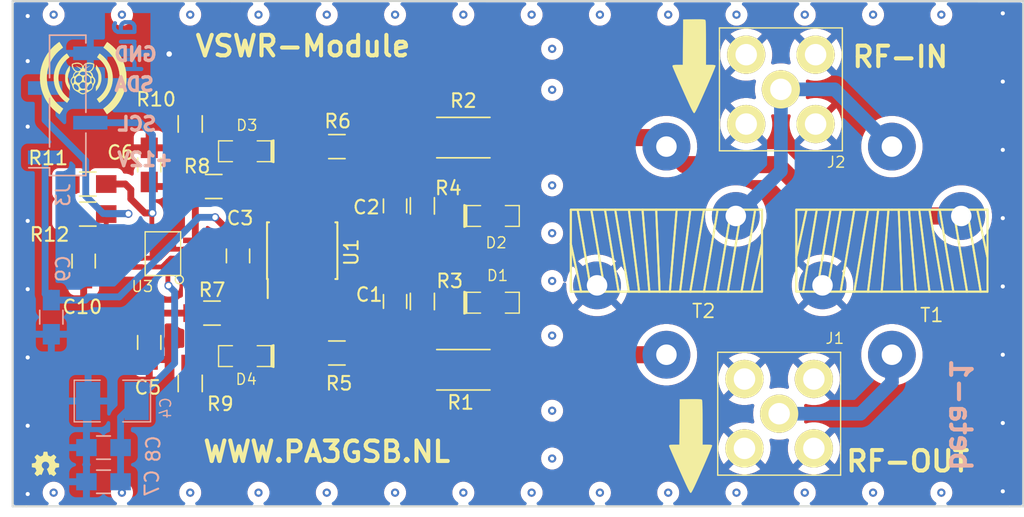
<source format=kicad_pcb>
(kicad_pcb (version 20241229) (generator "pcbnew") (generator_version "9.0")
  (layers (0 "F.Cu" signal) (2 "B.Cu" signal) (13 "F.Paste" user) (15 "B.Paste" user) (5 "F.SilkS" user "F.Silkscreen") (7 "B.SilkS" user "B.Silkscreen") (1 "F.Mask" user) (3 "B.Mask" user) (25 "Edge.Cuts" user))
  (net 0 "")
  (net 1 "Net-(C1-Pad1)")
  (net 2 "GND")
  (net 3 "Net-(C2-Pad2)")
  (net 4 "+12V")
  (net 5 "+3V3")
  (net 6 "Net-(C5-Pad1)")
  (net 7 "Net-(C6-Pad2)")
  (net 8 "Net-(D1-Pad1)")
  (net 9 "Net-(D2-Pad1)")
  (net 10 "Net-(D3-Pad1)")
  (net 11 "Net-(D3-Pad2)")
  (net 12 "Net-(D4-Pad1)")
  (net 13 "Net-(D4-Pad2)")
  (net 14 "Net-(J1-Pad1)")
  (net 15 "Net-(J2-Pad1)")
  (net 16 "SDA")
  (net 17 "SCL")
  (footprint "Capacitors_SMD:C_0805_HandSoldering" (layer "F.Cu") (at 118.98 84.22 90)
    (property "Reference" "C1" (at 0.5 -1.9 0) (layer "F.SilkS"))
    (property "Value" "100nF")
    (pad "1" smd rect (at -1.25 0 90) (size 1.5 1.25) (layers "F.Cu" "F.Mask" "F.Paste") (net 1 "Net-(C1-Pad1)"))
    (pad "2" smd rect (at 1.25 0 90) (size 1.5 1.25) (layers "F.Cu" "F.Mask" "F.Paste") (net 2 "GND"))
  )
  (footprint "Capacitors_SMD:C_0805_HandSoldering" (layer "F.Cu") (at 118.98 77.22 90)
    (property "Reference" "C2" (at -0.1 -2.1 0) (layer "F.SilkS"))
    (property "Value" "100nF")
    (pad "1" smd rect (at -1.25 0 90) (size 1.5 1.25) (layers "F.Cu" "F.Mask" "F.Paste") (net 2 "GND"))
    (pad "2" smd rect (at 1.25 0 90) (size 1.5 1.25) (layers "F.Cu" "F.Mask" "F.Paste") (net 3 "Net-(C2-Pad2)"))
  )
  (footprint "Capacitors_SMD:C_0805_HandSoldering" (layer "F.Cu") (at 107.481 80.881 90)
    (property "Reference" "C3" (at 2.761 0.149 0) (layer "F.SilkS"))
    (property "Value" "100nF")
    (pad "1" smd rect (at -1.25 0 90) (size 1.5 1.25) (layers "F.Cu" "F.Mask" "F.Paste") (net 2 "GND"))
    (pad "2" smd rect (at 1.25 0 90) (size 1.5 1.25) (layers "F.Cu" "F.Mask" "F.Paste") (net 4 "+12V"))
  )
  (footprint "Capacitors_SMD:C_0805_HandSoldering" (layer "F.Cu") (at 100.98 87.22 -90)
    (property "Reference" "C5" (at 3.3 0.1 0) (layer "F.SilkS"))
    (property "Value" "10nF")
    (pad "1" smd rect (at -1.25 0 270) (size 1.5 1.25) (layers "F.Cu" "F.Mask" "F.Paste") (net 6 "Net-(C5-Pad1)"))
    (pad "2" smd rect (at 1.25 0 270) (size 1.5 1.25) (layers "F.Cu" "F.Mask" "F.Paste") (net 2 "GND"))
  )
  (footprint "Capacitors_SMD:C_0805_HandSoldering" (layer "F.Cu") (at 100.98 74.22 -90)
    (property "Reference" "C6" (at -0.9 2.1 0) (layer "F.SilkS"))
    (property "Value" "10nF")
    (pad "1" smd rect (at -1.25 0 270) (size 1.5 1.25) (layers "F.Cu" "F.Mask" "F.Paste") (net 2 "GND"))
    (pad "2" smd rect (at 1.25 0 270) (size 1.5 1.25) (layers "F.Cu" "F.Mask" "F.Paste") (net 7 "Net-(C6-Pad2)"))
  )
  (footprint "Capacitors_SMD:C_0805_HandSoldering" (layer "F.Cu") (at 96.178 81.262 90)
    (property "Reference" "C10" (at -3.358 -0.098 0) (layer "F.SilkS"))
    (property "Value" "100nF")
    (pad "1" smd rect (at -1.25 0 90) (size 1.5 1.25) (layers "F.Cu" "F.Mask" "F.Paste") (net 2 "GND"))
    (pad "2" smd rect (at 1.25 0 90) (size 1.5 1.25) (layers "F.Cu" "F.Mask" "F.Paste") (net 5 "+3V3"))
  )
  (footprint "HERMESLITE:1N5711WS" (layer "F.Cu") (at 126.15 84.31 180)
    (property "Reference" "D1" (at -0.33 1.99 0) (layer "F.SilkS") (effects (font (size 0.8 0.8) (thickness 0.1))))
    (property "Value" "1N5711W-7-F" (hide yes))
    (pad "1" smd rect (at -1.2 0 180) (size 1.35 1.397) (layers "F.Cu" "F.Mask" "F.Paste") (net 8 "Net-(D1-Pad1)"))
    (pad "2" smd rect (at 1.2 0 180) (size 1.35 1.397) (layers "F.Cu" "F.Mask" "F.Paste") (net 1 "Net-(C1-Pad1)"))
  )
  (footprint "HERMESLITE:1N5711WS" (layer "F.Cu") (at 126.15 77.96 180)
    (property "Reference" "D2" (at -0.23 -1.96 0) (layer "F.SilkS") (effects (font (size 0.8 0.8) (thickness 0.1))))
    (property "Value" "1N5711W-7-F" (hide yes))
    (pad "1" smd rect (at -1.2 0 180) (size 1.35 1.397) (layers "F.Cu" "F.Mask" "F.Paste") (net 9 "Net-(D2-Pad1)"))
    (pad "2" smd rect (at 1.2 0 180) (size 1.35 1.397) (layers "F.Cu" "F.Mask" "F.Paste") (net 3 "Net-(C2-Pad2)"))
  )
  (footprint "HERMESLITE:1N5711WS" (layer "F.Cu") (at 107.98 73.22)
    (property "Reference" "D3" (at 0.15 -1.9 0) (layer "F.SilkS") (effects (font (size 0.8 0.8) (thickness 0.1))))
    (property "Value" "1N5711W-7-F" (hide yes))
    (pad "1" smd rect (at -1.2 0) (size 1.35 1.397) (layers "F.Cu" "F.Mask" "F.Paste") (net 10 "Net-(D3-Pad1)"))
    (pad "2" smd rect (at 1.2 0) (size 1.35 1.397) (layers "F.Cu" "F.Mask" "F.Paste") (net 11 "Net-(D3-Pad2)"))
  )
  (footprint "HERMESLITE:1N5711WS" (layer "F.Cu") (at 107.98 88.22)
    (property "Reference" "D4" (at 0.1 1.7 0) (layer "F.SilkS") (effects (font (size 0.8 0.8) (thickness 0.1))))
    (property "Value" "1N5711W-7-F" (hide yes))
    (pad "1" smd rect (at -1.2 0) (size 1.35 1.397) (layers "F.Cu" "F.Mask" "F.Paste") (net 12 "Net-(D4-Pad1)"))
    (pad "2" smd rect (at 1.2 0) (size 1.35 1.397) (layers "F.Cu" "F.Mask" "F.Paste") (net 13 "Net-(D4-Pad2)"))
  )
  (footprint "HERMESLITE:SMAVERT" (layer "F.Cu") (at 147.105 92.438 -90)
    (property "Reference" "J1" (at -5.518 -4.075 0) (layer "F.SilkS") (effects (font (size 0.8 0.8) (thickness 0.1))))
    (property "Value" "CONN_COAXIAL")
    (pad "1" thru_hole circle (at 0 0 270) (size 2.8 2.8) (drill 1.57) (layers "*.Cu" "*.Mask" "F.SilkS") (net 14 "Net-(J1-Pad1)"))
    (pad "2" thru_hole circle (at -2.54 -2.54 270) (size 2.8 2.8) (drill 1.57) (layers "*.Cu" "*.Mask" "F.SilkS") (net 2 "GND"))
    (pad "2" thru_hole circle (at -2.54 2.54 270) (size 2.8 2.8) (drill 1.57) (layers "*.Cu" "*.Mask" "F.SilkS") (net 2 "GND"))
    (pad "2" thru_hole circle (at 2.54 -2.54 270) (size 2.8 2.8) (drill 1.57) (layers "*.Cu" "*.Mask" "F.SilkS") (net 2 "GND"))
    (pad "2" thru_hole circle (at 2.54 2.54 270) (size 2.8 2.8) (drill 1.57) (layers "*.Cu" "*.Mask" "F.SilkS") (net 2 "GND"))
  )
  (footprint "HERMESLITE:SMAVERT" (layer "F.Cu") (at 147.232 68.689 180)
    (property "Reference" "J2" (at -4.048 -5.331 0) (layer "F.SilkS") (effects (font (size 0.8 0.8) (thickness 0.1))))
    (property "Value" "CONN_COAXIAL")
    (pad "1" thru_hole circle (at 0 0 180) (size 2.8 2.8) (drill 1.57) (layers "*.Cu" "*.Mask" "F.SilkS") (net 15 "Net-(J2-Pad1)"))
    (pad "2" thru_hole circle (at -2.54 -2.54 180) (size 2.8 2.8) (drill 1.57) (layers "*.Cu" "*.Mask" "F.SilkS") (net 2 "GND"))
    (pad "2" thru_hole circle (at -2.54 2.54 180) (size 2.8 2.8) (drill 1.57) (layers "*.Cu" "*.Mask" "F.SilkS") (net 2 "GND"))
    (pad "2" thru_hole circle (at 2.54 -2.54 180) (size 2.8 2.8) (drill 1.57) (layers "*.Cu" "*.Mask" "F.SilkS") (net 2 "GND"))
    (pad "2" thru_hole circle (at 2.54 2.54 180) (size 2.8 2.8) (drill 1.57) (layers "*.Cu" "*.Mask" "F.SilkS") (net 2 "GND"))
  )
  (footprint "Resistors_SMD:R_2010_HandSoldering" (layer "F.Cu") (at 123.98 89.22)
    (property "Reference" "R1" (at -0.2 2.4 0) (layer "F.SilkS"))
    (property "Value" "51.1")
    (pad "1" smd rect (at -3.15 0) (size 2.4 2.5) (layers "F.Cu" "F.Mask" "F.Paste") (net 2 "GND"))
    (pad "2" smd rect (at 3.15 0) (size 2.4 2.5) (layers "F.Cu" "F.Mask" "F.Paste") (net 8 "Net-(D1-Pad1)"))
  )
  (footprint "Resistors_SMD:R_2010_HandSoldering" (layer "F.Cu") (at 123.98 72.22 180)
    (property "Reference" "R2" (at 0 2.7 0) (layer "F.SilkS"))
    (property "Value" "51.1")
    (pad "1" smd rect (at -3.15 0 180) (size 2.4 2.5) (layers "F.Cu" "F.Mask" "F.Paste") (net 9 "Net-(D2-Pad1)"))
    (pad "2" smd rect (at 3.15 0 180) (size 2.4 2.5) (layers "F.Cu" "F.Mask" "F.Paste") (net 2 "GND"))
  )
  (footprint "Resistors_SMD:R_0805_HandSoldering" (layer "F.Cu") (at 120.98 84.22 90)
    (property "Reference" "R3" (at 1.5 2 0) (layer "F.SilkS"))
    (property "Value" "100K")
    (pad "1" smd rect (at -1.35 0 90) (size 1.5 1.3) (layers "F.Cu" "F.Mask" "F.Paste") (net 1 "Net-(C1-Pad1)"))
    (pad "2" smd rect (at 1.35 0 90) (size 1.5 1.3) (layers "F.Cu" "F.Mask" "F.Paste") (net 2 "GND"))
  )
  (footprint "Resistors_SMD:R_0805_HandSoldering" (layer "F.Cu") (at 120.98 77.22 90)
    (property "Reference" "R4" (at 1.3 1.9 0) (layer "F.SilkS"))
    (property "Value" "100K")
    (pad "1" smd rect (at -1.35 0 90) (size 1.5 1.3) (layers "F.Cu" "F.Mask" "F.Paste") (net 2 "GND"))
    (pad "2" smd rect (at 1.35 0 90) (size 1.5 1.3) (layers "F.Cu" "F.Mask" "F.Paste") (net 3 "Net-(C2-Pad2)"))
  )
  (footprint "Resistors_SMD:R_0805_HandSoldering" (layer "F.Cu") (at 114.72 87.993 180)
    (property "Reference" "R5" (at -0.16 -2.227 0) (layer "F.SilkS"))
    (property "Value" "220K")
    (pad "1" smd rect (at -1.35 0 180) (size 1.5 1.3) (layers "F.Cu" "F.Mask" "F.Paste") (net 2 "GND"))
    (pad "2" smd rect (at 1.35 0 180) (size 1.5 1.3) (layers "F.Cu" "F.Mask" "F.Paste") (net 13 "Net-(D4-Pad2)"))
  )
  (footprint "Resistors_SMD:R_0805_HandSoldering" (layer "F.Cu") (at 114.72 72.88 180)
    (property "Reference" "R6" (at -0.06 1.86 0) (layer "F.SilkS"))
    (property "Value" "220K")
    (pad "1" smd rect (at -1.35 0 180) (size 1.5 1.3) (layers "F.Cu" "F.Mask" "F.Paste") (net 2 "GND"))
    (pad "2" smd rect (at 1.35 0 180) (size 1.5 1.3) (layers "F.Cu" "F.Mask" "F.Paste") (net 11 "Net-(D3-Pad2)"))
  )
  (footprint "Resistors_SMD:R_0805_HandSoldering" (layer "F.Cu") (at 105.576 85.072)
    (property "Reference" "R7" (at 0 -1.7 0) (layer "F.SilkS"))
    (property "Value" "1K")
    (pad "1" smd rect (at -1.35 0) (size 1.5 1.3) (layers "F.Cu" "F.Mask" "F.Paste") (net 6 "Net-(C5-Pad1)"))
    (pad "2" smd rect (at 1.35 0) (size 1.5 1.3) (layers "F.Cu" "F.Mask" "F.Paste") (net 12 "Net-(D4-Pad1)"))
  )
  (footprint "Resistors_SMD:R_0805_HandSoldering" (layer "F.Cu") (at 105.703 75.801)
    (property "Reference" "R8" (at -1.223 -1.481 0) (layer "F.SilkS"))
    (property "Value" "1K")
    (pad "1" smd rect (at -1.35 0) (size 1.5 1.3) (layers "F.Cu" "F.Mask" "F.Paste") (net 7 "Net-(C6-Pad2)"))
    (pad "2" smd rect (at 1.35 0) (size 1.5 1.3) (layers "F.Cu" "F.Mask" "F.Paste") (net 10 "Net-(D3-Pad1)"))
  )
  (footprint "Resistors_SMD:R_0805_HandSoldering" (layer "F.Cu") (at 103.98 90.22 -90)
    (property "Reference" "R9" (at 1.5 -2.2 0) (layer "F.SilkS"))
    (property "Value" "1K8")
    (pad "1" smd rect (at -1.35 0 270) (size 1.5 1.3) (layers "F.Cu" "F.Mask" "F.Paste") (net 6 "Net-(C5-Pad1)"))
    (pad "2" smd rect (at 1.35 0 270) (size 1.5 1.3) (layers "F.Cu" "F.Mask" "F.Paste") (net 2 "GND"))
  )
  (footprint "Resistors_SMD:R_0805_HandSoldering" (layer "F.Cu") (at 103.98 71.22 -90)
    (property "Reference" "R10" (at -1.8 2.5 0) (layer "F.SilkS"))
    (property "Value" "1K8")
    (pad "1" smd rect (at -1.35 0 270) (size 1.5 1.3) (layers "F.Cu" "F.Mask" "F.Paste") (net 2 "GND"))
    (pad "2" smd rect (at 1.35 0 270) (size 1.5 1.3) (layers "F.Cu" "F.Mask" "F.Paste") (net 7 "Net-(C6-Pad2)"))
  )
  (footprint "Resistors_SMD:R_0805_HandSoldering" (layer "F.Cu") (at 96.48 75.62)
    (property "Reference" "R11" (at -2.9 -1.9 0) (layer "F.SilkS"))
    (property "Value" "4K7")
    (pad "1" smd rect (at -1.35 0) (size 1.5 1.3) (layers "F.Cu" "F.Mask" "F.Paste") (net 5 "+3V3"))
    (pad "2" smd rect (at 1.35 0) (size 1.5 1.3) (layers "F.Cu" "F.Mask" "F.Paste") (net 17 "SCL"))
  )
  (footprint "Resistors_SMD:R_0805_HandSoldering" (layer "F.Cu") (at 96.48 77.82)
    (property "Reference" "R12" (at -2.8 1.5 0) (layer "F.SilkS"))
    (property "Value" "4K7")
    (pad "1" smd rect (at -1.35 0) (size 1.5 1.3) (layers "F.Cu" "F.Mask" "F.Paste") (net 5 "+3V3"))
    (pad "2" smd rect (at 1.35 0) (size 1.5 1.3) (layers "F.Cu" "F.Mask" "F.Paste") (net 16 "SDA"))
  )
  (footprint "Housings_SOIC:SOIC-8_3.9x4.9mm_Pitch1.27mm" (layer "F.Cu") (at 112.18 80.5 90)
    (property "Reference" "U1" (at -0.12 3.6 90) (layer "F.SilkS"))
    (property "Value" "LMC6482")
    (pad "1" smd rect (at -2.7 -1.905 90) (size 1.55 0.6) (layers "F.Cu" "F.Mask" "F.Paste") (net 12 "Net-(D4-Pad1)"))
    (pad "2" smd rect (at -2.7 -0.635 90) (size 1.55 0.6) (layers "F.Cu" "F.Mask" "F.Paste") (net 13 "Net-(D4-Pad2)"))
    (pad "3" smd rect (at -2.7 0.635 90) (size 1.55 0.6) (layers "F.Cu" "F.Mask" "F.Paste") (net 1 "Net-(C1-Pad1)"))
    (pad "4" smd rect (at -2.7 1.905 90) (size 1.55 0.6) (layers "F.Cu" "F.Mask" "F.Paste") (net 2 "GND"))
    (pad "5" smd rect (at 2.7 1.905 90) (size 1.55 0.6) (layers "F.Cu" "F.Mask" "F.Paste") (net 3 "Net-(C2-Pad2)"))
    (pad "6" smd rect (at 2.7 0.635 90) (size 1.55 0.6) (layers "F.Cu" "F.Mask" "F.Paste") (net 11 "Net-(D3-Pad2)"))
    (pad "7" smd rect (at 2.7 -0.635 90) (size 1.55 0.6) (layers "F.Cu" "F.Mask" "F.Paste") (net 10 "Net-(D3-Pad1)"))
    (pad "8" smd rect (at 2.7 -1.905 90) (size 1.55 0.6) (layers "F.Cu" "F.Mask" "F.Paste") (net 4 "+12V"))
  )
  (footprint "HERMESLITE:MAX11613" (layer "F.Cu") (at 101.98 80.72 90)
    (property "Reference" "U3" (at -2.4 -1.5 0) (layer "F.SilkS") (effects (font (size 0.8 0.8) (thickness 0.1))))
    (property "Value" "MAX11613")
    (pad "1" smd rect (at -0.975 2.15 90) (size 0.4 1.35) (layers "F.Cu" "F.Mask" "F.Paste") (net 6 "Net-(C5-Pad1)"))
    (pad "2" smd rect (at -0.325 2.15 90) (size 0.4 1.35) (layers "F.Cu" "F.Mask" "F.Paste") (net 5 "+3V3"))
    (pad "3" smd rect (at 0.325 2.15 90) (size 0.4 1.35) (layers "F.Cu" "F.Mask" "F.Paste") (net 2 "GND"))
    (pad "4" smd rect (at 0.975 2.15 90) (size 0.4 1.35) (layers "F.Cu" "F.Mask" "F.Paste") (net 7 "Net-(C6-Pad2)"))
    (pad "5" smd rect (at 0.975 -2.15 90) (size 0.4 1.35) (layers "F.Cu" "F.Mask" "F.Paste") (net 17 "SCL"))
    (pad "6" smd rect (at 0.325 -2.15 90) (size 0.4 1.35) (layers "F.Cu" "F.Mask" "F.Paste") (net 16 "SDA"))
    (pad "7" smd rect (at -0.325 -2.15 90) (size 0.4 1.35) (layers "F.Cu" "F.Mask" "F.Paste") (net 2 "GND"))
    (pad "8" smd rect (at -0.975 -2.15 90) (size 0.4 1.35) (layers "F.Cu" "F.Mask" "F.Paste") (net 5 "+3V3"))
  )
  (footprint "VSWR:T50-43_V_THT" (layer "F.Cu") (at 155.36 80.5)
    (property "Reference" "T1" (at 2.92 4.72 0) (layer "F.SilkS") (effects (font (thickness 0.125))))
    (property "Value" "FT50-43")
    (pad "1" thru_hole circle (at 0 -7.62) (size 3.5 3.5) (drill 1.5) (layers "*.Cu" "*.Mask") (net 15 "Net-(J2-Pad1)"))
    (pad "2" thru_hole circle (at 0 7.62) (size 3.5 3.5) (drill 1.5) (layers "*.Cu" "*.Mask") (net 14 "Net-(J1-Pad1)"))
    (pad "3" thru_hole circle (at -5.08 2.54) (size 3.5 3.5) (drill 1.5) (layers "*.Cu" "*.Mask") (net 2 "GND"))
    (pad "4" thru_hole circle (at 5.08 -2.54) (size 3.5 3.5) (drill 1.5) (layers "*.Cu" "*.Mask") (net 9 "Net-(D2-Pad1)"))
  )
  (footprint "VSWR:T50-43_V_THT" (layer "F.Cu") (at 138.85 80.5 180)
    (property "Reference" "T2" (at -2.73 -4.42 0) (layer "F.SilkS") (effects (font (thickness 0.125))))
    (property "Value" "FT50-43")
    (pad "1" thru_hole circle (at 0 -7.62 180) (size 3.5 3.5) (drill 1.5) (layers "*.Cu" "*.Mask") (net 8 "Net-(D1-Pad1)"))
    (pad "2" thru_hole circle (at 0 7.62 180) (size 3.5 3.5) (drill 1.5) (layers "*.Cu" "*.Mask") (net 9 "Net-(D2-Pad1)"))
    (pad "3" thru_hole circle (at -5.08 2.54 180) (size 3.5 3.5) (drill 1.5) (layers "*.Cu" "*.Mask") (net 15 "Net-(J2-Pad1)"))
    (pad "4" thru_hole circle (at 5.08 -2.54 180) (size 3.5 3.5) (drill 1.5) (layers "*.Cu" "*.Mask") (net 2 "GND"))
  )
  (footprint "HERMESLITE:OSHW-logo_silkscreen-front_2mm" (layer "F.Cu") (at 93.38 96.12)
    (property "Reference" "G***" (hide yes))
    (property "Value" "OSHW-logo_silkscreen-front_2mm" (hide yes))
  )
  (footprint "mods:rpi-logo" (layer "F.Cu") (at 96.15 67.83)
    (property "Reference" "G***" (hide yes))
    (property "Value" "LOGO" (hide yes))
  )
  (footprint "VSWR:VIA-0.6mm" (layer "F.Cu") (at 163.48 63.12 -90)
    (property "Reference" "REF**" (hide yes))
    (property "Value" "VIA-0.6mm" (hide yes))
    (pad "1" thru_hole circle (at 0 0 270) (size 0.6 0.6) (drill 0.3) (layers "*.Cu") (net 2 "GND"))
  )
  (footprint "VSWR:VIA-0.6mm" (layer "F.Cu") (at 163.48 68.12 -90)
    (property "Reference" "REF**" (hide yes))
    (property "Value" "VIA-0.6mm" (hide yes))
    (pad "1" thru_hole circle (at 0 0 270) (size 0.6 0.6) (drill 0.3) (layers "*.Cu") (net 2 "GND"))
  )
  (footprint "VSWR:VIA-0.6mm" (layer "F.Cu") (at 163.48 73.12 -90)
    (property "Reference" "REF**" (hide yes))
    (property "Value" "VIA-0.6mm" (hide yes))
    (pad "1" thru_hole circle (at 0 0 270) (size 0.6 0.6) (drill 0.3) (layers "*.Cu") (net 2 "GND"))
  )
  (footprint "VSWR:VIA-0.6mm" (layer "F.Cu") (at 163.48 78.12 -90)
    (property "Reference" "REF**" (hide yes))
    (property "Value" "VIA-0.6mm" (hide yes))
    (pad "1" thru_hole circle (at 0 0 270) (size 0.6 0.6) (drill 0.3) (layers "*.Cu") (net 2 "GND"))
  )
  (footprint "VSWR:VIA-0.6mm" (layer "F.Cu") (at 163.48 83.12 -90)
    (property "Reference" "REF**" (hide yes))
    (property "Value" "VIA-0.6mm" (hide yes))
    (pad "1" thru_hole circle (at 0 0 270) (size 0.6 0.6) (drill 0.3) (layers "*.Cu") (net 2 "GND"))
  )
  (footprint "VSWR:VIA-0.6mm" (layer "F.Cu") (at 163.48 88.12 -90)
    (property "Reference" "REF**" (hide yes))
    (property "Value" "VIA-0.6mm" (hide yes))
    (pad "1" thru_hole circle (at 0 0 270) (size 0.6 0.6) (drill 0.3) (layers "*.Cu") (net 2 "GND"))
  )
  (footprint "VSWR:VIA-0.6mm" (layer "F.Cu") (at 163.48 93.12 -90)
    (property "Reference" "REF**" (hide yes))
    (property "Value" "VIA-0.6mm" (hide yes))
    (pad "1" thru_hole circle (at 0 0 270) (size 0.6 0.6) (drill 0.3) (layers "*.Cu") (net 2 "GND"))
  )
  (footprint "VSWR:VIA-0.6mm" (layer "F.Cu") (at 163.48 98.12 -90)
    (property "Reference" "REF**" (hide yes))
    (property "Value" "VIA-0.6mm" (hide yes))
    (pad "1" thru_hole circle (at 0 0 270) (size 0.6 0.6) (drill 0.3) (layers "*.Cu") (net 2 "GND"))
  )
  (footprint "VSWR:VIA-0.6mm" (layer "F.Cu") (at 158.98 63.22 -90)
    (property "Reference" "REF**" (hide yes))
    (property "Value" "VIA-0.6mm" (hide yes))
    (pad "1" thru_hole circle (at 0 0 270) (size 0.6 0.6) (drill 0.3) (layers "*.Cu"))
  )
  (footprint "VSWR:VIA-0.6mm" (layer "F.Cu") (at 153.98 63.22 -90)
    (property "Reference" "REF**" (hide yes))
    (property "Value" "VIA-0.6mm" (hide yes))
    (pad "1" thru_hole circle (at 0 0 270) (size 0.6 0.6) (drill 0.3) (layers "*.Cu"))
  )
  (footprint "VSWR:VIA-0.6mm" (layer "F.Cu") (at 148.98 63.22 -90)
    (property "Reference" "REF**" (hide yes))
    (property "Value" "VIA-0.6mm" (hide yes))
    (pad "1" thru_hole circle (at 0 0 270) (size 0.6 0.6) (drill 0.3) (layers "*.Cu"))
  )
  (footprint "VSWR:VIA-0.6mm" (layer "F.Cu") (at 143.98 63.22 -90)
    (property "Reference" "REF**" (hide yes))
    (property "Value" "VIA-0.6mm" (hide yes))
    (pad "1" thru_hole circle (at 0 0 270) (size 0.6 0.6) (drill 0.3) (layers "*.Cu"))
  )
  (footprint "VSWR:VIA-0.6mm" (layer "F.Cu") (at 138.98 63.22 -90)
    (property "Reference" "REF**" (hide yes))
    (property "Value" "VIA-0.6mm" (hide yes))
    (pad "1" thru_hole circle (at 0 0 270) (size 0.6 0.6) (drill 0.3) (layers "*.Cu"))
  )
  (footprint "VSWR:VIA-0.6mm" (layer "F.Cu") (at 133.98 63.22 -90)
    (property "Reference" "REF**" (hide yes))
    (property "Value" "VIA-0.6mm" (hide yes))
    (pad "1" thru_hole circle (at 0 0 270) (size 0.6 0.6) (drill 0.3) (layers "*.Cu"))
  )
  (footprint "VSWR:VIA-0.6mm" (layer "F.Cu") (at 128.98 63.22 -90)
    (property "Reference" "REF**" (hide yes))
    (property "Value" "VIA-0.6mm" (hide yes))
    (pad "1" thru_hole circle (at 0 0 270) (size 0.6 0.6) (drill 0.3) (layers "*.Cu"))
  )
  (footprint "VSWR:VIA-0.6mm" (layer "F.Cu") (at 123.98 63.22 -90)
    (property "Reference" "REF**" (hide yes))
    (property "Value" "VIA-0.6mm" (hide yes))
    (pad "1" thru_hole circle (at 0 0 270) (size 0.6 0.6) (drill 0.3) (layers "*.Cu"))
  )
  (footprint "VSWR:VIA-0.6mm" (layer "F.Cu") (at 118.98 63.22 -90)
    (property "Reference" "REF**" (hide yes))
    (property "Value" "VIA-0.6mm" (hide yes))
    (pad "1" thru_hole circle (at 0 0 270) (size 0.6 0.6) (drill 0.3) (layers "*.Cu"))
  )
  (footprint "VSWR:VIA-0.6mm" (layer "F.Cu") (at 113.98 63.22 -90)
    (property "Reference" "REF**" (hide yes))
    (property "Value" "VIA-0.6mm" (hide yes))
    (pad "1" thru_hole circle (at 0 0 270) (size 0.6 0.6) (drill 0.3) (layers "*.Cu"))
  )
  (footprint "VSWR:VIA-0.6mm" (layer "F.Cu") (at 108.98 63.22 -90)
    (property "Reference" "REF**" (hide yes))
    (property "Value" "VIA-0.6mm" (hide yes))
    (pad "1" thru_hole circle (at 0 0 270) (size 0.6 0.6) (drill 0.3) (layers "*.Cu"))
  )
  (footprint "VSWR:VIA-0.6mm" (layer "F.Cu") (at 103.98 63.22 -90)
    (property "Reference" "REF**" (hide yes))
    (property "Value" "VIA-0.6mm" (hide yes))
    (pad "1" thru_hole circle (at 0 0 270) (size 0.6 0.6) (drill 0.3) (layers "*.Cu"))
  )
  (footprint "VSWR:VIA-0.6mm" (layer "F.Cu") (at 98.98 63.22 -90)
    (property "Reference" "REF**" (hide yes))
    (property "Value" "VIA-0.6mm" (hide yes))
    (pad "1" thru_hole circle (at 0 0 270) (size 0.6 0.6) (drill 0.3) (layers "*.Cu"))
  )
  (footprint "VSWR:VIA-0.6mm" (layer "F.Cu") (at 93.98 63.22 -90)
    (property "Reference" "REF**" (hide yes))
    (property "Value" "VIA-0.6mm" (hide yes))
    (pad "1" thru_hole circle (at 0 0 270) (size 0.6 0.6) (drill 0.3) (layers "*.Cu"))
  )
  (footprint "VSWR:VIA-0.6mm" (layer "F.Cu") (at 158.98 98.22 -90)
    (property "Reference" "REF**" (hide yes))
    (property "Value" "VIA-0.6mm" (hide yes))
    (pad "1" thru_hole circle (at 0 0 270) (size 0.6 0.6) (drill 0.3) (layers "*.Cu"))
  )
  (footprint "VSWR:VIA-0.6mm" (layer "F.Cu") (at 153.98 98.22 -90)
    (property "Reference" "REF**" (hide yes))
    (property "Value" "VIA-0.6mm" (hide yes))
    (pad "1" thru_hole circle (at 0 0 270) (size 0.6 0.6) (drill 0.3) (layers "*.Cu"))
  )
  (footprint "VSWR:VIA-0.6mm" (layer "F.Cu") (at 148.98 98.22 -90)
    (property "Reference" "REF**" (hide yes))
    (property "Value" "VIA-0.6mm" (hide yes))
    (pad "1" thru_hole circle (at 0 0 270) (size 0.6 0.6) (drill 0.3) (layers "*.Cu"))
  )
  (footprint "VSWR:VIA-0.6mm" (layer "F.Cu") (at 143.98 98.22 -90)
    (property "Reference" "REF**" (hide yes))
    (property "Value" "VIA-0.6mm" (hide yes))
    (pad "1" thru_hole circle (at 0 0 270) (size 0.6 0.6) (drill 0.3) (layers "*.Cu"))
  )
  (footprint "VSWR:VIA-0.6mm" (layer "F.Cu") (at 138.98 98.22 -90)
    (property "Reference" "REF**" (hide yes))
    (property "Value" "VIA-0.6mm" (hide yes))
    (pad "1" thru_hole circle (at 0 0 270) (size 0.6 0.6) (drill 0.3) (layers "*.Cu"))
  )
  (footprint "VSWR:VIA-0.6mm" (layer "F.Cu") (at 133.98 98.22 -90)
    (property "Reference" "REF**" (hide yes))
    (property "Value" "VIA-0.6mm" (hide yes))
    (pad "1" thru_hole circle (at 0 0 270) (size 0.6 0.6) (drill 0.3) (layers "*.Cu"))
  )
  (footprint "VSWR:VIA-0.6mm" (layer "F.Cu") (at 128.98 98.22 -90)
    (property "Reference" "REF**" (hide yes))
    (property "Value" "VIA-0.6mm" (hide yes))
    (pad "1" thru_hole circle (at 0 0 270) (size 0.6 0.6) (drill 0.3) (layers "*.Cu"))
  )
  (footprint "VSWR:VIA-0.6mm" (layer "F.Cu") (at 123.98 98.22 -90)
    (property "Reference" "REF**" (hide yes))
    (property "Value" "VIA-0.6mm" (hide yes))
    (pad "1" thru_hole circle (at 0 0 270) (size 0.6 0.6) (drill 0.3) (layers "*.Cu"))
  )
  (footprint "VSWR:VIA-0.6mm" (layer "F.Cu") (at 118.98 98.22 -90)
    (property "Reference" "REF**" (hide yes))
    (property "Value" "VIA-0.6mm" (hide yes))
    (pad "1" thru_hole circle (at 0 0 270) (size 0.6 0.6) (drill 0.3) (layers "*.Cu"))
  )
  (footprint "VSWR:VIA-0.6mm" (layer "F.Cu") (at 113.98 98.22 -90)
    (property "Reference" "REF**" (hide yes))
    (property "Value" "VIA-0.6mm" (hide yes))
    (pad "1" thru_hole circle (at 0 0 270) (size 0.6 0.6) (drill 0.3) (layers "*.Cu"))
  )
  (footprint "VSWR:VIA-0.6mm" (layer "F.Cu") (at 108.98 98.22 -90)
    (property "Reference" "REF**" (hide yes))
    (property "Value" "VIA-0.6mm" (hide yes))
    (pad "1" thru_hole circle (at 0 0 270) (size 0.6 0.6) (drill 0.3) (layers "*.Cu"))
  )
  (footprint "VSWR:VIA-0.6mm" (layer "F.Cu") (at 103.98 98.22 -90)
    (property "Reference" "REF**" (hide yes))
    (property "Value" "VIA-0.6mm" (hide yes))
    (pad "1" thru_hole circle (at 0 0 270) (size 0.6 0.6) (drill 0.3) (layers "*.Cu"))
  )
  (footprint "VSWR:VIA-0.6mm" (layer "F.Cu") (at 98.98 98.22 -90)
    (property "Reference" "REF**" (hide yes))
    (property "Value" "VIA-0.6mm" (hide yes))
    (pad "1" thru_hole circle (at 0 0 270) (size 0.6 0.6) (drill 0.3) (layers "*.Cu"))
  )
  (footprint "VSWR:VIA-0.6mm" (layer "F.Cu") (at 93.98 98.22 -90)
    (property "Reference" "REF**" (hide yes))
    (property "Value" "VIA-0.6mm" (hide yes))
    (pad "1" thru_hole circle (at 0 0 270) (size 0.6 0.6) (drill 0.3) (layers "*.Cu"))
  )
  (footprint "VSWR:VIA-0.6mm" (layer "F.Cu") (at 92.08 63.32 -90)
    (property "Reference" "REF**" (hide yes))
    (property "Value" "VIA-0.6mm" (hide yes))
    (pad "1" thru_hole circle (at 0 0 270) (size 0.6 0.6) (drill 0.3) (layers "*.Cu") (net 2 "GND"))
  )
  (footprint "VSWR:VIA-0.6mm" (layer "F.Cu") (at 92.08 66.62 -90)
    (property "Reference" "REF**" (hide yes))
    (property "Value" "VIA-0.6mm" (hide yes))
    (pad "1" thru_hole circle (at 0 0 270) (size 0.6 0.6) (drill 0.3) (layers "*.Cu") (net 2 "GND"))
  )
  (footprint "VSWR:VIA-0.6mm" (layer "F.Cu") (at 92.08 71.42 -90)
    (property "Reference" "REF**" (hide yes))
    (property "Value" "VIA-0.6mm" (hide yes))
    (pad "1" thru_hole circle (at 0 0 270) (size 0.6 0.6) (drill 0.3) (layers "*.Cu") (net 2 "GND"))
  )
  (footprint "VSWR:VIA-0.6mm" (layer "F.Cu") (at 92.08 78.32 -90)
    (property "Reference" "REF**" (hide yes))
    (property "Value" "VIA-0.6mm" (hide yes))
    (pad "1" thru_hole circle (at 0 0 270) (size 0.6 0.6) (drill 0.3) (layers "*.Cu") (net 2 "GND"))
  )
  (footprint "VSWR:VIA-0.6mm" (layer "F.Cu") (at 92.08 83.32 -90)
    (property "Reference" "REF**" (hide yes))
    (property "Value" "VIA-0.6mm" (hide yes))
    (pad "1" thru_hole circle (at 0 0 270) (size 0.6 0.6) (drill 0.3) (layers "*.Cu") (net 2 "GND"))
  )
  (footprint "VSWR:VIA-0.6mm" (layer "F.Cu") (at 92.08 88.32 -90)
    (property "Reference" "REF**" (hide yes))
    (property "Value" "VIA-0.6mm" (hide yes))
    (pad "1" thru_hole circle (at 0 0 270) (size 0.6 0.6) (drill 0.3) (layers "*.Cu") (net 2 "GND"))
  )
  (footprint "VSWR:VIA-0.6mm" (layer "F.Cu") (at 92.08 93.32 -90)
    (property "Reference" "REF**" (hide yes))
    (property "Value" "VIA-0.6mm" (hide yes))
    (pad "1" thru_hole circle (at 0 0 270) (size 0.6 0.6) (drill 0.3) (layers "*.Cu") (net 2 "GND"))
  )
  (footprint "VSWR:VIA-0.6mm" (layer "F.Cu") (at 92.08 98.32 -90)
    (property "Reference" "REF**" (hide yes))
    (property "Value" "VIA-0.6mm" (hide yes))
    (pad "1" thru_hole circle (at 0 0 270) (size 0.6 0.6) (drill 0.3) (layers "*.Cu") (net 2 "GND"))
  )
  (footprint "VSWR:VIA-0.6mm" (layer "F.Cu") (at 130.48 65.72 -90)
    (property "Reference" "REF**" (hide yes))
    (property "Value" "VIA-0.6mm" (hide yes))
    (pad "1" thru_hole circle (at 0 0 270) (size 0.6 0.6) (drill 0.3) (layers "*.Cu"))
  )
  (footprint "VSWR:VIA-0.6mm" (layer "F.Cu") (at 130.48 68.72 -90)
    (property "Reference" "REF**" (hide yes))
    (property "Value" "VIA-0.6mm" (hide yes))
    (pad "1" thru_hole circle (at 0 0 270) (size 0.6 0.6) (drill 0.3) (layers "*.Cu"))
  )
  (footprint "VSWR:VIA-0.6mm" (layer "F.Cu") (at 130.48 75.72 -90)
    (property "Reference" "REF**" (hide yes))
    (property "Value" "VIA-0.6mm" (hide yes))
    (pad "1" thru_hole circle (at 0 0 270) (size 0.6 0.6) (drill 0.3) (layers "*.Cu"))
  )
  (footprint "VSWR:VIA-0.6mm" (layer "F.Cu") (at 130.48 79.22 -90)
    (property "Reference" "REF**" (hide yes))
    (property "Value" "VIA-0.6mm" (hide yes))
    (pad "1" thru_hole circle (at 0 0 270) (size 0.6 0.6) (drill 0.3) (layers "*.Cu"))
  )
  (footprint "VSWR:VIA-0.6mm" (layer "F.Cu") (at 130.48 82.72 -90)
    (property "Reference" "REF**" (hide yes))
    (property "Value" "VIA-0.6mm" (hide yes))
    (pad "1" thru_hole circle (at 0 0 270) (size 0.6 0.6) (drill 0.3) (layers "*.Cu"))
  )
  (footprint "VSWR:VIA-0.6mm" (layer "F.Cu") (at 130.48 86.72 -90)
    (property "Reference" "REF**" (hide yes))
    (property "Value" "VIA-0.6mm" (hide yes))
    (pad "1" thru_hole circle (at 0 0 270) (size 0.6 0.6) (drill 0.3) (layers "*.Cu"))
  )
  (footprint "VSWR:VIA-0.6mm" (layer "F.Cu") (at 130.48 92.22 -90)
    (property "Reference" "REF**" (hide yes))
    (property "Value" "VIA-0.6mm" (hide yes))
    (pad "1" thru_hole circle (at 0 0 270) (size 0.6 0.6) (drill 0.3) (layers "*.Cu"))
  )
  (footprint "VSWR:VIA-0.6mm" (layer "F.Cu") (at 130.48 95.72 -90)
    (property "Reference" "REF**" (hide yes))
    (property "Value" "VIA-0.6mm" (hide yes))
    (pad "1" thru_hole circle (at 0 0 270) (size 0.6 0.6) (drill 0.3) (layers "*.Cu"))
  )
  (footprint "mods:rpi-in-out" (layer "F.Cu") (at 140.73 66.81 -90)
    (property "Reference" "G***" (hide yes))
    (property "Value" "LOGO" (hide yes))
  )
  (footprint "mods:rpi-in-out" (layer "F.Cu") (at 140.48 94.62 -90)
    (property "Reference" "G***" (hide yes))
    (property "Value" "LOGO" (hide yes))
  )
  (footprint "HERMESLITE:SMD-1210" (layer "B.Cu") (at 98.28 91.51 180)
    (property "Reference" "C4" (at -3.9 -0.51 90) (layer "B.SilkS") (effects (font (size 0.8 0.8) (thickness 0.1)) (justify mirror)))
    (property "Value" "CP" (hide yes))
    (pad "1" smd rect (at -1.778 0 180) (size 1.778 2.794) (layers "B.Cu" "B.Mask" "B.Paste") (net 5 "+3V3"))
    (pad "2" smd rect (at 1.778 0 180) (size 1.778 2.794) (layers "B.Cu" "B.Mask" "B.Paste") (net 2 "GND"))
  )
  (footprint "Capacitors_SMD:C_0805_HandSoldering" (layer "B.Cu") (at 97.63 97.42 180)
    (property "Reference" "C7" (at -3.55 -0.1 90) (layer "B.SilkS") (effects (justify mirror)))
    (property "Value" "C")
    (pad "1" smd rect (at -1.25 0 180) (size 1.5 1.25) (layers "B.Cu" "B.Mask" "B.Paste") (net 5 "+3V3"))
    (pad "2" smd rect (at 1.25 0 180) (size 1.5 1.25) (layers "B.Cu" "B.Mask" "B.Paste") (net 2 "GND"))
  )
  (footprint "Capacitors_SMD:C_0805_HandSoldering" (layer "B.Cu") (at 97.63 94.92 180)
    (property "Reference" "C8" (at -3.65 -0.1 90) (layer "B.SilkS") (effects (justify mirror)))
    (property "Value" "C")
    (pad "1" smd rect (at -1.25 0 180) (size 1.5 1.25) (layers "B.Cu" "B.Mask" "B.Paste") (net 5 "+3V3"))
    (pad "2" smd rect (at 1.25 0 180) (size 1.5 1.25) (layers "B.Cu" "B.Mask" "B.Paste") (net 2 "GND"))
  )
  (footprint "Capacitors_SMD:C_0805_HandSoldering" (layer "B.Cu") (at 93.81 85.37 -90)
    (property "Reference" "C9" (at -3.55 -0.87 90) (layer "B.SilkS") (effects (justify mirror)))
    (property "Value" "C")
    (pad "1" smd rect (at -1.25 0 270) (size 1.5 1.25) (layers "B.Cu" "B.Mask" "B.Paste") (net 4 "+12V"))
    (pad "2" smd rect (at 1.25 0 270) (size 1.5 1.25) (layers "B.Cu" "B.Mask" "B.Paste") (net 2 "GND"))
  )
  (footprint "Pin_Headers:Pin_Header_Straight_1x04_Pitch2.54mm_SMD_Pin1Left" (layer "B.Cu") (at 95.01 69.86)
    (property "Reference" "J3" (at -0.33 6.56 90) (layer "B.SilkS") (effects (justify mirror)))
    (property "Value" "CONN_01X04")
    (pad "1" smd rect (at -1.655 3.81) (size 2.51 1) (layers "B.Cu" "B.Mask" "B.Paste") (net 4 "+12V"))
    (pad "2" smd rect (at 1.655 1.27) (size 2.51 1) (layers "B.Cu" "B.Mask" "B.Paste") (net 17 "SCL"))
    (pad "3" smd rect (at -1.655 -1.27) (size 2.51 1) (layers "B.Cu" "B.Mask" "B.Paste") (net 16 "SDA"))
    (pad "4" smd rect (at 1.655 -3.81) (size 2.51 1) (layers "B.Cu" "B.Mask" "B.Paste") (net 2 "GND"))
  )
  (gr_line (start 91.98 99.22) (end 90.98 99.22) (stroke (width 0.15)) (layer "Edge.Cuts"))
  (gr_line (start 163.98 62.22) (end 91.98 62.22) (stroke (width 0.15)) (layer "Edge.Cuts"))
  (gr_line (start 164.98 62.22) (end 164.98 99.22) (stroke (width 0.15)) (layer "Edge.Cuts"))
  (gr_line (start 163.98 62.22) (end 164.98 62.22) (stroke (width 0.15)) (layer "Edge.Cuts"))
  (gr_line (start 163.98 99.22) (end 164.98 99.22) (stroke (width 0.15)) (layer "Edge.Cuts"))
  (gr_line (start 163.98 99.22) (end 91.98 99.22) (stroke (width 0.15)) (layer "Edge.Cuts"))
  (gr_line (start 91.98 62.22) (end 90.98 62.22) (stroke (width 0.15)) (layer "Edge.Cuts"))
  (gr_line (start 90.98 62.22) (end 90.98 99.22) (stroke (width 0.15)) (layer "Edge.Cuts"))
  (gr_text "gnd" (at 99.58 65.52 270) (layer "B.Cu") (effects (font (size 1.5 1.5) (thickness 0.3))))
  (gr_text "WWW.PA3GSB.NL" (at 113.98 95.22 0) (layer "F.SilkS") (effects (font (size 1.5 1.5) (thickness 0.3))))
  (gr_text "VSWR-Module  " (at 113.38 65.52 0) (layer "F.SilkS") (effects (font (size 1.5 1.5) (thickness 0.3))))
  (gr_text "RF-IN" (at 155.97 66.31 0) (layer "F.SilkS") (effects (font (size 1.5 1.5) (thickness 0.3))))
  (gr_text "RF-OUT" (at 156.52 95.92 0) (layer "F.SilkS") (effects (font (size 1.5 1.5) (thickness 0.3))))
  (gr_text "+12V" (at 100.68 73.82 0) (layer "B.SilkS") (effects (font (size 1 1) (thickness 0.25)) (justify mirror)))
  (gr_text "SCL" (at 100.08 71.22 0) (layer "B.SilkS") (effects (font (size 1 1) (thickness 0.25)) (justify mirror)))
  (gr_text "beta-1" (at 160.38 92.52 270) (layer "B.SilkS") (effects (font (size 1.5 1.5) (thickness 0.3)) (justify mirror)))
  (gr_text "GND" (at 99.98 66.12 0) (layer "B.SilkS") (effects (font (size 1 1) (thickness 0.25)) (justify mirror)))
  (gr_text "SDA" (at 99.88 68.32 0) (layer "B.SilkS") (effects (font (size 1 1) (thickness 0.25)) (justify mirror)))
  (segment (start 112.815 85.055) (end 113.23 85.47) (width 0.5) (layer "F.Cu") (net 1))
  (segment (start 113.23 85.47) (end 118.98 85.47) (width 0.5) (layer "F.Cu") (net 1))
  (segment (start 119.08 85.57) (end 118.98 85.47) (width 0.25) (layer "F.Cu") (net 1))
  (segment (start 124.89 84.31) (end 123.63 85.57) (width 1) (layer "F.Cu") (net 1))
  (segment (start 123.63 85.57) (end 120.98 85.57) (width 1) (layer "F.Cu") (net 1))
  (segment (start 112.815 83.2) (end 112.815 85.055) (width 0.5) (layer "F.Cu") (net 1))
  (segment (start 124.95 84.31) (end 124.89 84.31) (width 0.25) (layer "F.Cu") (net 1))
  (segment (start 120.98 85.57) (end 119.08 85.57) (width 1) (layer "F.Cu") (net 1))
  (segment (start 118.63 78.04) (end 118.53 77.94) (width 0.25) (layer "F.Cu") (net 2))
  (segment (start 120.88 78.47) (end 120.98 78.57) (width 0.25) (layer "F.Cu") (net 2))
  (segment (start 119.08 82.87) (end 118.98 82.97) (width 0.25) (layer "F.Cu") (net 2))
  (segment (start 102.405 80.395) (end 101.755 81.045) (width 0.35) (layer "F.Cu") (net 2))
  (segment (start 101.755 81.045) (end 99.83 81.045) (width 0.35) (layer "F.Cu") (net 2))
  (segment (start 103.98 67.64) (end 102.44 66.1) (width 0.5) (layer "F.Cu") (net 2))
  (segment (start 102.24 69.87) (end 100.98 71.13) (width 0.5) (layer "F.Cu") (net 2))
  (segment (start 100.98 71.13) (end 100.98 72.97) (width 0.5) (layer "F.Cu") (net 2))
  (segment (start 105.405 80.395) (end 106.08 81.07) (width 0.35) (layer "F.Cu") (net 2))
  (segment (start 106.08 81.07) (end 106.08 82.07) (width 0.35) (layer "F.Cu") (net 2))
  (segment (start 106.08 82.07) (end 106.45 82.44) (width 0.35) (layer "F.Cu") (net 2))
  (segment (start 106.45 82.44) (end 107.172 82.44) (width 0.35) (layer "F.Cu") (net 2))
  (segment (start 107.172 82.44) (end 107.481 82.131) (width 0.35) (layer "F.Cu") (net 2))
  (segment (start 103.98 69.87) (end 102.24 69.87) (width 0.5) (layer "F.Cu") (net 2))
  (segment (start 104.13 80.395) (end 105.405 80.395) (width 0.35) (layer "F.Cu") (net 2))
  (segment (start 120.98 82.87) (end 120.98 82.72) (width 0.25) (layer "F.Cu") (net 2))
  (segment (start 120.98 82.87) (end 119.08 82.87) (width 1) (layer "F.Cu") (net 2))
  (segment (start 118.98 78.47) (end 120.88 78.47) (width 1) (layer "F.Cu") (net 2))
  (segment (start 118.53 77.94) (end 118.53 77.96) (width 0.25) (layer "F.Cu") (net 2))
  (segment (start 103.98 69.87) (end 103.98 67.64) (width 0.5) (layer "F.Cu") (net 2))
  (segment (start 104.13 80.395) (end 102.405 80.395) (width 0.35) (layer "F.Cu") (net 2))
  (via (at 102.44 66.1) (size 0.6) (drill 0.4) (layers "F.Cu" "B.Cu") (net 2))
  (segment (start 150.28 89.263) (end 149.645 89.898) (width 0.25) (layer "B.Cu") (net 2))
  (segment (start 149.772 82.532) (end 150.28 83.04) (width 0.25) (layer "B.Cu") (net 2))
  (segment (start 96.38 94.92) (end 96.502 94.798) (width 0.25) (layer "B.Cu") (net 2))
  (segment (start 102.44 66.1) (end 102.39 66.05) (width 0.5) (layer "B.Cu") (net 2))
  (segment (start 102.39 66.05) (end 96.665 66.05) (width 0.5) (layer "B.Cu") (net 2))
  (segment (start 96.38 91.632) (end 96.502 91.51) (width 0.25) (layer "B.Cu") (net 2))
  (segment (start 96.38 97.42) (end 96.38 94.92) (width 0.5) (layer "B.Cu") (net 2))
  (segment (start 96.38 94.92) (end 96.38 91.632) (width 0.5) (layer "B.Cu") (net 2))
  (segment (start 124.95 77.49) (end 123.33 75.87) (width 1) (layer "F.Cu") (net 3))
  (segment (start 123.33 75.87) (end 122.62 75.87) (width 1) (layer "F.Cu") (net 3))
  (segment (start 119.08 75.87) (end 118.98 75.97) (width 0.25) (layer "F.Cu") (net 3))
  (segment (start 114.085 76.715) (end 114.83 75.97) (width 0.5) (layer "F.Cu") (net 3))
  (segment (start 114.83 75.97) (end 118.98 75.97) (width 0.5) (layer "F.Cu") (net 3))
  (segment (start 122.62 75.87) (end 120.98 75.87) (width 1) (layer "F.Cu") (net 3))
  (segment (start 114.085 77.8) (end 114.085 76.715) (width 0.5) (layer "F.Cu") (net 3))
  (segment (start 124.95 77.96) (end 124.95 77.49) (width 0.25) (layer "F.Cu") (net 3))
  (segment (start 120.98 75.87) (end 119.08 75.87) (width 1) (layer "F.Cu") (net 3))
  (segment (start 107.7 77.8) (end 107.481 78.019) (width 0.5) (layer "F.Cu") (net 4))
  (segment (start 107.481 78.019) (end 107.481 79.631) (width 0.5) (layer "F.Cu") (net 4))
  (segment (start 107.481 79.131) (end 107.481 79.631) (width 0.25) (layer "F.Cu") (net 4))
  (segment (start 105.8 78.06) (end 107.371 79.631) (width 0.5) (layer "F.Cu") (net 4))
  (segment (start 107.371 79.631) (end 107.481 79.631) (width 0.25) (layer "F.Cu") (net 4))
  (segment (start 110.275 77.8) (end 107.7 77.8) (width 0.5) (layer "F.Cu") (net 4))
  (via (at 105.8 78.06) (size 0.6) (drill 0.4) (layers "F.Cu" "B.Cu") (net 4))
  (segment (start 93.355 83.665) (end 93.81 84.12) (width 0.5) (layer "B.Cu") (net 4))
  (segment (start 98.7787 83.8813) (end 104.6 78.06) (width 0.5) (layer "B.Cu") (net 4))
  (segment (start 104.6 78.06) (end 105.8 78.06) (width 0.5) (layer "B.Cu") (net 4))
  (segment (start 96.3017 84.12) (end 96.5404 83.8813) (width 0.5) (layer "B.Cu") (net 4))
  (segment (start 93.81 84.12) (end 96.3017 84.12) (width 0.5) (layer "B.Cu") (net 4))
  (segment (start 93.355 73.67) (end 93.355 83.665) (width 0.5) (layer "B.Cu") (net 4))
  (segment (start 96.5404 83.8813) (end 98.7787 83.8813) (width 0.5) (layer "B.Cu") (net 4))
  (segment (start 93.81 84.12) (end 93.81 83.61) (width 0.5) (layer "B.Cu") (net 4))
  (segment (start 102.555 81.045) (end 102.345 81.255) (width 0.35) (layer "F.Cu") (net 5))
  (segment (start 101.905 81.695) (end 99.83 81.695) (width 0.35) (layer "F.Cu") (net 5))
  (segment (start 95.13 78.964) (end 96.178 80.012) (width 0.5) (layer "F.Cu") (net 5))
  (segment (start 96.372 80.012) (end 98.055 81.695) (width 0.35) (layer "F.Cu") (net 5))
  (segment (start 98.055 81.695) (end 99.83 81.695) (width 0.35) (layer "F.Cu") (net 5))
  (segment (start 102.39 83.06) (end 102.345 83.015) (width 0.5) (layer "F.Cu") (net 5))
  (segment (start 102.345 83.015) (end 102.345 81.255) (width 0.35) (layer "F.Cu") (net 5))
  (segment (start 102.345 81.255) (end 101.905 81.695) (width 0.35) (layer "F.Cu") (net 5))
  (segment (start 96.178 80.012) (end 96.372 80.012) (width 0.25) (layer "F.Cu") (net 5))
  (segment (start 95.13 77.82) (end 95.13 78.964) (width 0.5) (layer "F.Cu") (net 5))
  (segment (start 104.13 81.045) (end 102.555 81.045) (width 0.35) (layer "F.Cu") (net 5))
  (segment (start 95.63 76.22) (end 95.38 76.22) (width 0.25) (layer "F.Cu") (net 5))
  (segment (start 95.13 75.62) (end 95.13 77.82) (width 0.5) (layer "F.Cu") (net 5))
  (via (at 102.39 83.06) (size 0.6) (drill 0.4) (layers "F.Cu" "B.Cu") (net 5))
  (segment (start 98.88 92.688) (end 100.058 91.51) (width 0.5) (layer "B.Cu") (net 5))
  (segment (start 102.8396 83.5096) (end 102.39 83.06) (width 0.5) (layer "B.Cu") (net 5))
  (segment (start 102.8396 88.7284) (end 100.058 91.51) (width 0.5) (layer "B.Cu") (net 5))
  (segment (start 102.8396 86.18) (end 102.8396 88.7284) (width 0.5) (layer "B.Cu") (net 5))
  (segment (start 98.88 97.42) (end 98.88 94.92) (width 0.5) (layer "B.Cu") (net 5))
  (segment (start 102.8396 86.18) (end 102.8396 83.5096) (width 0.5) (layer "B.Cu") (net 5))
  (segment (start 98.88 94.92) (end 98.88 92.688) (width 0.5) (layer "B.Cu") (net 5))
  (segment (start 104.226 88.624) (end 103.98 88.87) (width 0.25) (layer "F.Cu") (net 6))
  (segment (start 101.878 85.072) (end 100.98 85.97) (width 0.5) (layer "F.Cu") (net 6))
  (segment (start 104.13 84.976) (end 104.226 85.072) (width 0.25) (layer "F.Cu") (net 6))
  (segment (start 104.13 81.695) (end 104.13 84.976) (width 0.35) (layer "F.Cu") (net 6))
  (segment (start 104.226 85.072) (end 104.226 88.624) (width 0.35) (layer "F.Cu") (net 6))
  (segment (start 104.226 85.072) (end 101.878 85.072) (width 0.5) (layer "F.Cu") (net 6))
  (segment (start 101.311 75.801) (end 100.98 75.47) (width 0.25) (layer "F.Cu") (net 7))
  (segment (start 103.98 75.428) (end 104.353 75.801) (width 0.25) (layer "F.Cu") (net 7))
  (segment (start 104.353 79.522) (end 104.13 79.745) (width 0.25) (layer "F.Cu") (net 7))
  (segment (start 102.61 75.801) (end 101.311 75.801) (width 0.5) (layer "F.Cu") (net 7))
  (segment (start 104.353 75.801) (end 104.353 79.522) (width 0.5) (layer "F.Cu") (net 7))
  (segment (start 104.353 75.801) (end 102.61 75.801) (width 0.5) (layer "F.Cu") (net 7))
  (segment (start 103.98 72.57) (end 103.98 75.428) (width 0.5) (layer "F.Cu") (net 7))
  (segment (start 135.78 88.12) (end 134.68 89.22) (width 1.25) (layer "F.Cu") (net 8))
  (segment (start 134.68 89.22) (end 127.13 89.22) (width 1.25) (layer "F.Cu") (net 8))
  (segment (start 127.13 84.53) (end 127.35 84.31) (width 0.25) (layer "F.Cu") (net 8))
  (segment (start 127.35 89) (end 127.13 89.22) (width 1) (layer "F.Cu") (net 8))
  (segment (start 138.85 88.12) (end 135.78 88.12) (width 1.25) (layer "F.Cu") (net 8))
  (segment (start 127.35 84.31) (end 127.35 89) (width 1) (layer "F.Cu") (net 8))
  (segment (start 139.99 74.02) (end 138.85 72.88) (width 0.25) (layer "F.Cu") (net 9))
  (segment (start 127.79 72.88) (end 127.13 72.22) (width 0.25) (layer "F.Cu") (net 9))
  (segment (start 127.13 77.74) (end 127.35 77.96) (width 0.25) (layer "F.Cu") (net 9))
  (segment (start 138.19 72.22) (end 138.85 72.88) (width 1.25) (layer "F.Cu") (net 9))
  (segment (start 127.35 72.44) (end 127.13 72.22) (width 1) (layer "F.Cu") (net 9))
  (segment (start 150.74 77.96) (end 146.98 74.2) (width 1.25) (layer "F.Cu") (net 9))
  (segment (start 146.98 74.2) (end 140.17 74.2) (width 1.25) (layer "F.Cu") (net 9))
  (segment (start 140.17 74.2) (end 138.85 72.88) (width 1.25) (layer "F.Cu") (net 9))
  (segment (start 127.13 72.22) (end 138.19 72.22) (width 1.25) (layer "F.Cu") (net 9))
  (segment (start 127.35 77.96) (end 127.35 72.44) (width 1) (layer "F.Cu") (net 9))
  (segment (start 160.44 77.96) (end 160.44 77.68) (width 0.25) (layer "F.Cu") (net 9))
  (segment (start 160.44 77.96) (end 150.74 77.96) (width 1.25) (layer "F.Cu") (net 9))
  (segment (start 111.545 75.985) (end 111.361 75.801) (width 0.5) (layer "F.Cu") (net 10))
  (segment (start 111.361 75.801) (end 107.053 75.801) (width 0.5) (layer "F.Cu") (net 10))
  (segment (start 106.78 75.528) (end 107.053 75.801) (width 0.25) (layer "F.Cu") (net 10))
  (segment (start 111.545 77.8) (end 111.545 75.985) (width 0.5) (layer "F.Cu") (net 10))
  (segment (start 106.78 73.22) (end 106.78 75.528) (width 0.5) (layer "F.Cu") (net 10))
  (segment (start 112.815 73.435) (end 113.37 72.88) (width 0.25) (layer "F.Cu") (net 11))
  (segment (start 109.52 72.88) (end 109.18 73.22) (width 0.25) (layer "F.Cu") (net 11))
  (segment (start 111.64 72.88) (end 111.3 73.22) (width 1) (layer "F.Cu") (net 11))
  (segment (start 111.3 73.22) (end 109.18 73.22) (width 1) (layer "F.Cu") (net 11))
  (segment (start 113.37 72.88) (end 111.64 72.88) (width 1) (layer "F.Cu") (net 11))
  (segment (start 112.815 77.8) (end 112.815 73.435) (width 0.5) (layer "F.Cu") (net 11))
  (segment (start 110.275 84.125) (end 109.328 85.072) (width 0.5) (layer "F.Cu") (net 12))
  (segment (start 109.328 85.072) (end 106.926 85.072) (width 0.5) (layer "F.Cu") (net 12))
  (segment (start 106.926 88.074) (end 106.78 88.22) (width 0.25) (layer "F.Cu") (net 12))
  (segment (start 106.926 85.072) (end 106.926 88.074) (width 1) (layer "F.Cu") (net 12))
  (segment (start 110.275 83.2) (end 110.275 84.125) (width 0.5) (layer "F.Cu") (net 12))
  (segment (start 111.545 86.168) (end 113.37 87.993) (width 0.5) (layer "F.Cu") (net 13))
  (segment (start 113.143 88.22) (end 113.37 87.993) (width 0.25) (layer "F.Cu") (net 13))
  (segment (start 111.15 88.22) (end 111.377 87.993) (width 1) (layer "F.Cu") (net 13))
  (segment (start 111.377 87.993) (end 113.37 87.993) (width 1) (layer "F.Cu") (net 13))
  (segment (start 111.545 83.2) (end 111.545 86.168) (width 0.5) (layer "F.Cu") (net 13))
  (segment (start 109.18 88.22) (end 111.15 88.22) (width 1) (layer "F.Cu") (net 13))
  (segment (start 155.36 90.14) (end 153.062 92.438) (width 1) (layer "B.Cu") (net 14))
  (segment (start 153.062 92.438) (end 147.105 92.438) (width 1) (layer "B.Cu") (net 14))
  (segment (start 155.36 88.12) (end 155.36 90.14) (width 1) (layer "B.Cu") (net 14))
  (segment (start 147.232 74.658) (end 143.93 77.96) (width 1) (layer "B.Cu") (net 15))
  (segment (start 151.169 68.689) (end 152.39 69.91) (width 1) (layer "B.Cu") (net 15))
  (segment (start 152.39 69.91) (end 155.36 72.88) (width 1) (layer "B.Cu") (net 15))
  (segment (start 147.232 68.689) (end 151.169 68.689) (width 1) (layer "B.Cu") (net 15))
  (segment (start 147.232 68.689) (end 147.232 74.658) (width 1) (layer "B.Cu") (net 15))
  (segment (start 97.83 79.57) (end 98.655 80.395) (width 0.35) (layer "F.Cu") (net 16))
  (segment (start 98.655 80.395) (end 99.83 80.395) (width 0.35) (layer "F.Cu") (net 16))
  (segment (start 99.43 77.82) (end 99.45 77.8) (width 0.25) (layer "F.Cu") (net 16))
  (segment (start 97.83 77.82) (end 97.83 79.57) (width 0.35) (layer "F.Cu") (net 16))
  (segment (start 97.83 77.82) (end 99.43 77.82) (width 0.25) (layer "F.Cu") (net 16))
  (via (at 99.45 77.8) (size 0.6) (drill 0.4) (layers "F.Cu" "B.Cu") (net 16))
  (segment (start 93.355 70.945) (end 96.33 73.92) (width 0.5) (layer "B.Cu") (net 16))
  (segment (start 96.33 73.92) (end 96.33 76.5) (width 0.5) (layer "B.Cu") (net 16))
  (segment (start 96.33 76.5) (end 97.61 77.78) (width 0.5) (layer "B.Cu") (net 16))
  (segment (start 97.61 77.78) (end 99.48 77.78) (width 0.5) (layer "B.Cu") (net 16))
  (segment (start 99.48 77.78) (end 99.46 77.8) (width 0.5) (layer "B.Cu") (net 16))
  (segment (start 99.46 77.8) (end 97.83 77.8) (width 0.5) (layer "B.Cu") (net 16))
  (segment (start 99.45 77.8) (end 99.52 77.8) (width 0.25) (layer "B.Cu") (net 16))
  (segment (start 93.355 68.59) (end 93.355 70.945) (width 0.5) (layer "B.Cu") (net 16))
  (segment (start 101.21 77.74) (end 101.17 77.78) (width 0.25) (layer "F.Cu") (net 17))
  (segment (start 101.17 77.78) (end 101.17 79.38) (width 0.35) (layer "F.Cu") (net 17))
  (segment (start 101.17 79.38) (end 100.805 79.745) (width 0.35) (layer "F.Cu") (net 17))
  (segment (start 100.805 79.745) (end 99.83 79.745) (width 0.35) (layer "F.Cu") (net 17))
  (segment (start 99.23 75.62) (end 99.63 76.02) (width 0.5) (layer "F.Cu") (net 17))
  (segment (start 99.63 76.02) (end 99.63 76.71) (width 0.5) (layer "F.Cu") (net 17))
  (segment (start 99.63 76.71) (end 100.66 77.74) (width 0.5) (layer "F.Cu") (net 17))
  (segment (start 100.66 77.74) (end 101.21 77.74) (width 0.5) (layer "F.Cu") (net 17))
  (segment (start 97.83 75.62) (end 99.23 75.62) (width 0.5) (layer "F.Cu") (net 17))
  (via (at 101.21 77.74) (size 0.6) (drill 0.4) (layers "F.Cu" "B.Cu") (net 17))
  (segment (start 100.33 71.13) (end 101.21 72.01) (width 0.5) (layer "B.Cu") (net 17))
  (segment (start 101.21 72.01) (end 101.21 77.74) (width 0.5) (layer "B.Cu") (net 17))
  (segment (start 96.665 71.13) (end 100.33 71.13) (width 0.5) (layer "B.Cu") (net 17))
  (zone (net 2) (net_name "GND") (layer "F.Cu") (connect_pads (clearance 0.508)) (min_thickness 0.254) (fill yes (thermal_gap 0.508) (thermal_bridge_width 0.508))
    (polygon (pts (xy 164.472545 62.389717) (xy 164.82 62.39) (xy 164.86 99.05) (xy 91.24 98.91) (xy 91.110036 62.340014) (xy 91.09 62.34) (xy 91.110036 62.340011) (xy 91.11 62.33) (xy 127.92513 62.359968) (xy 164.88 62.38) (xy 164.89 62.39)))
  )
  (zone (net 2) (net_name "GND") (layer "B.Cu") (connect_pads (clearance 0.508)) (min_thickness 0.254) (fill yes (thermal_gap 0.508) (thermal_bridge_width 0.508))
    (polygon (pts (xy 91.01 99.17) (xy 90.97 62.2) (xy 91.07 62.31) (xy 164.95 62.32) (xy 164.97 99.22)))
  )
)
</source>
